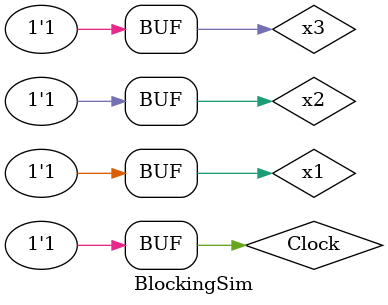
<source format=v>
`timescale 1ns / 1ps


module BlockingSim();

    reg x1, x2, x3, Clock;
    wire f0, g0, f1, g1;
    
    TopModule uut0(x1, x2, x3, Clock, f0, g0);
    TopModule uut1(x1, x2, x3, Clock, f1, g1);
    
    initial begin
    
    #1 Clock = 0; x1 = 0; x2 = 0; x3 = 0;
    #1 Clock = 1; x1 = 0; x2 = 0; x3 = 1;
    #1 Clock = 0; x1 = 0; x2 = 1; x3 = 0;
    #1 Clock = 1; x1 = 0; x2 = 1; x3 = 1;
    #1 Clock = 0; x1 = 1; x2 = 0; x3 = 0;
    #1 Clock = 1; x1 = 1; x2 = 0; x3 = 1;
    #1 Clock = 0; x1 = 1; x2 = 1; x3 = 0;
    #1 Clock = 1; x1 = 1; x2 = 1; x3 = 1;
    
    end

endmodule

</source>
